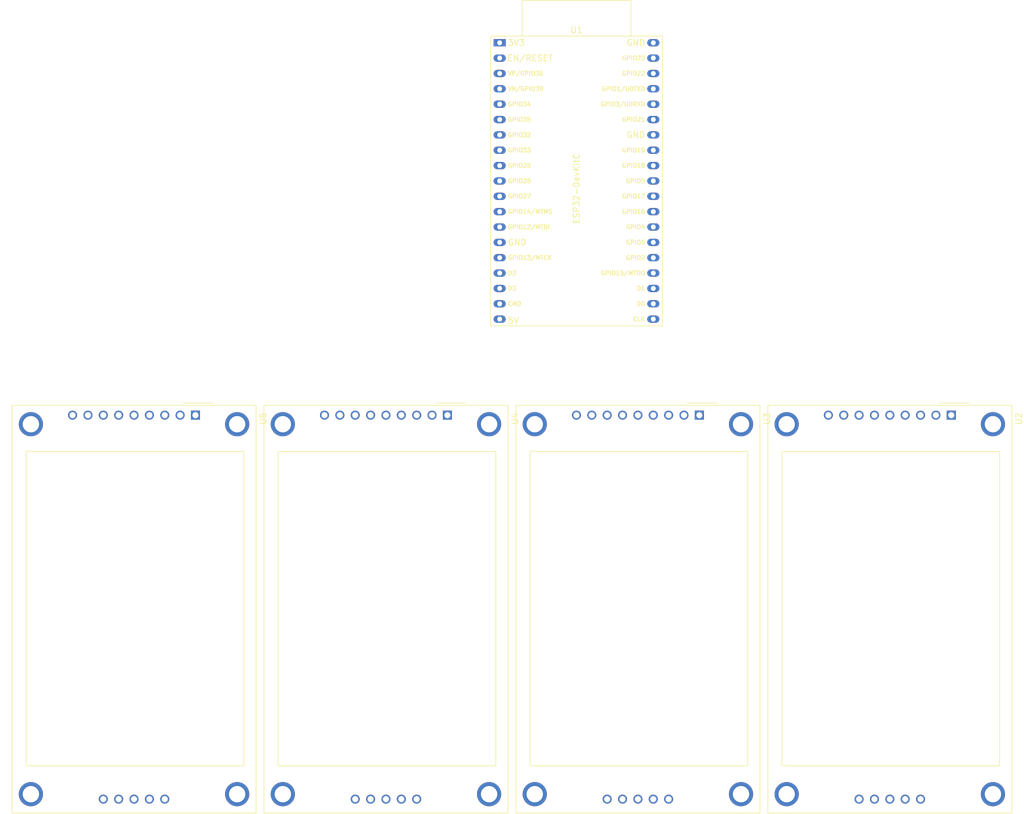
<source format=kicad_pcb>
(kicad_pcb (version 20240108) (generator "pcbnew") (generator_version "8.0")
  (layers (0 "F.Cu" signal) (31 "B.Cu" signal) (34 "B.Paste" user) (35 "F.Paste" user) (36 "B.SilkS" user "B.Silkscreen") (37 "F.SilkS" user "F.Silkscreen") (38 "B.Mask" user) (39 "F.Mask" user) (44 "Edge.Cuts" user))
  (net 0 "")
  (net 3 "GND")
  (net 12 "Net-(U1-GPIO17)")
  (net 19 "Net-(U1-32K_XN{slash}GPIO33{slash}ADC1_CH5)")
  (net 20 "Net-(U1-MTCK{slash}GPIO13{slash}ADC2_CH4)")
  (net 22 "Net-(U1-GPIO18)")
  (net 23 "Net-(U1-DAC_1{slash}ADC2_CH8{slash}GPIO25)")
  (net 29 "Net-(U1-32K_XP{slash}GPIO32{slash}ADC1_CH4)")
  (net 30 "Net-(U1-GPIO19)")
  (net 32 "+5V")
  (footprint "Display:CR2013-MI2120" (layer "F.Cu") (at 76.71 95.0425 -90)
    (property "Reference" "U5" (at 0.59 -11.18 90) (layer "F.SilkS"))
    (property "Value" "CR2013-MI2120")
    (fp_line (start -1.62 30.33) (end -1.62 -10.01) (stroke (width 0.12)) (layer "F.SilkS"))
    (fp_line (start 65.82 30.33) (end -1.62 30.33) (stroke (width 0.12)) (layer "F.SilkS"))
    (fp_line (start 6 28) (end 6 -8) (stroke (width 0.12)) (layer "F.SilkS"))
    (fp_line (start 58 28) (end 6 28) (stroke (width 0.12)) (layer "F.SilkS"))
    (fp_line (start -2 -3) (end -2 2) (stroke (width 0.12)) (layer "F.SilkS"))
    (fp_line (start 6 -8) (end 58 -8) (stroke (width 0.12)) (layer "F.SilkS"))
    (fp_line (start 58 -8) (end 58 28) (stroke (width 0.12)) (layer "F.SilkS"))
    (fp_line (start -1.62 -10.01) (end 65.82 -10.01) (stroke (width 0.12)) (layer "F.SilkS"))
    (fp_line (start 65.82 -10.01) (end 65.82 30.33) (stroke (width 0.12)) (layer "F.SilkS"))
    (pad "" thru_hole circle (at 1.5 -6.89 270) (size 4 4) (drill 2.7) (layers "*.Cu" "*.Mask"))
    (pad "" thru_hole circle (at 1.5 27.21 270) (size 4 4) (drill 2.7) (layers "*.Cu" "*.Mask"))
    (pad "" thru_hole circle (at 62.7 -6.89 270) (size 4 4) (drill 2.7) (layers "*.Cu" "*.Mask"))
    (pad "" thru_hole circle (at 62.7 27.21 270) (size 4 4) (drill 2.7) (layers "*.Cu" "*.Mask"))
    (pad "1" thru_hole rect (at 0 0 270) (size 1.5 1.5) (drill 1) (layers "*.Cu" "*.Mask") (net 32 "+5V"))
    (pad "2" thru_hole circle (at 0 2.54 270) (size 1.5 1.5) (drill 1) (layers "*.Cu" "*.Mask") (net 3 "GND"))
    (pad "3" thru_hole circle (at 0 5.08 270) (size 1.5 1.5) (drill 1) (layers "*.Cu" "*.Mask") (net 23 "Net-(U1-DAC_1{slash}ADC2_CH8{slash}GPIO25)"))
    (pad "4" thru_hole circle (at 0 7.62 270) (size 1.5 1.5) (drill 1) (layers "*.Cu" "*.Mask") (net 22 "Net-(U1-GPIO18)"))
    (pad "5" thru_hole circle (at 0 10.16 270) (size 1.5 1.5) (drill 1) (layers "*.Cu" "*.Mask") (net 30 "Net-(U1-GPIO19)"))
    (pad "6" thru_hole circle (at 0 12.7 270) (size 1.5 1.5) (drill 1) (layers "*.Cu" "*.Mask") (net 12 "Net-(U1-GPIO17)"))
    (pad "7" thru_hole circle (at 0 15.24 270) (size 1.5 1.5) (drill 1) (layers "*.Cu" "*.Mask") (net 23 "Net-(U1-DAC_1{slash}ADC2_CH8{slash}GPIO25)"))
    (pad "8" thru_hole circle (at 0 17.78 270) (size 1.5 1.5) (drill 1) (layers "*.Cu" "*.Mask") (net 32 "+5V"))
    (pad "9" thru_hole circle (at 0 20.32 270) (size 1.5 1.5) (drill 1) (layers "*.Cu" "*.Mask"))
    (pad "10" thru_hole circle (at 63.52 5.08 270) (size 1.5 1.5) (drill 1) (layers "*.Cu" "*.Mask"))
    (pad "11" thru_hole circle (at 63.52 7.62 270) (size 1.5 1.5) (drill 1) (layers "*.Cu" "*.Mask"))
    (pad "12" thru_hole circle (at 63.52 10.16 270) (size 1.5 1.5) (drill 1) (layers "*.Cu" "*.Mask"))
    (pad "13" thru_hole circle (at 63.52 12.7 270) (size 1.5 1.5) (drill 1) (layers "*.Cu" "*.Mask"))
    (pad "14" thru_hole circle (at 63.52 15.24 270) (size 1.5 1.5) (drill 1) (layers "*.Cu" "*.Mask"))
  )
  (footprint "Display:CR2013-MI2120" (layer "F.Cu") (at 160.01 95.0425 -90)
    (property "Reference" "U3" (at 0.59 -11.18 90) (layer "F.SilkS"))
    (property "Value" "CR2013-MI2120")
    (fp_line (start -1.62 30.33) (end -1.62 -10.01) (stroke (width 0.12)) (layer "F.SilkS"))
    (fp_line (start 65.82 30.33) (end -1.62 30.33) (stroke (width 0.12)) (layer "F.SilkS"))
    (fp_line (start 6 28) (end 6 -8) (stroke (width 0.12)) (layer "F.SilkS"))
    (fp_line (start 58 28) (end 6 28) (stroke (width 0.12)) (layer "F.SilkS"))
    (fp_line (start -2 -3) (end -2 2) (stroke (width 0.12)) (layer "F.SilkS"))
    (fp_line (start 6 -8) (end 58 -8) (stroke (width 0.12)) (layer "F.SilkS"))
    (fp_line (start 58 -8) (end 58 28) (stroke (width 0.12)) (layer "F.SilkS"))
    (fp_line (start -1.62 -10.01) (end 65.82 -10.01) (stroke (width 0.12)) (layer "F.SilkS"))
    (fp_line (start 65.82 -10.01) (end 65.82 30.33) (stroke (width 0.12)) (layer "F.SilkS"))
    (pad "" thru_hole circle (at 1.5 -6.89 270) (size 4 4) (drill 2.7) (layers "*.Cu" "*.Mask"))
    (pad "" thru_hole circle (at 1.5 27.21 270) (size 4 4) (drill 2.7) (layers "*.Cu" "*.Mask"))
    (pad "" thru_hole circle (at 62.7 -6.89 270) (size 4 4) (drill 2.7) (layers "*.Cu" "*.Mask"))
    (pad "" thru_hole circle (at 62.7 27.21 270) (size 4 4) (drill 2.7) (layers "*.Cu" "*.Mask"))
    (pad "1" thru_hole rect (at 0 0 270) (size 1.5 1.5) (drill 1) (layers "*.Cu" "*.Mask") (net 32 "+5V"))
    (pad "2" thru_hole circle (at 0 2.54 270) (size 1.5 1.5) (drill 1) (layers "*.Cu" "*.Mask") (net 3 "GND"))
    (pad "3" thru_hole circle (at 0 5.08 270) (size 1.5 1.5) (drill 1) (layers "*.Cu" "*.Mask") (net 19 "Net-(U1-32K_XN{slash}GPIO33{slash}ADC1_CH5)"))
    (pad "4" thru_hole circle (at 0 7.62 270) (size 1.5 1.5) (drill 1) (layers "*.Cu" "*.Mask") (net 22 "Net-(U1-GPIO18)"))
    (pad "5" thru_hole circle (at 0 10.16 270) (size 1.5 1.5) (drill 1) (layers "*.Cu" "*.Mask") (net 30 "Net-(U1-GPIO19)"))
    (pad "6" thru_hole circle (at 0 12.7 270) (size 1.5 1.5) (drill 1) (layers "*.Cu" "*.Mask") (net 12 "Net-(U1-GPIO17)"))
    (pad "7" thru_hole circle (at 0 15.24 270) (size 1.5 1.5) (drill 1) (layers "*.Cu" "*.Mask") (net 23 "Net-(U1-DAC_1{slash}ADC2_CH8{slash}GPIO25)"))
    (pad "8" thru_hole circle (at 0 17.78 270) (size 1.5 1.5) (drill 1) (layers "*.Cu" "*.Mask") (net 32 "+5V"))
    (pad "9" thru_hole circle (at 0 20.32 270) (size 1.5 1.5) (drill 1) (layers "*.Cu" "*.Mask"))
    (pad "10" thru_hole circle (at 63.52 5.08 270) (size 1.5 1.5) (drill 1) (layers "*.Cu" "*.Mask"))
    (pad "11" thru_hole circle (at 63.52 7.62 270) (size 1.5 1.5) (drill 1) (layers "*.Cu" "*.Mask"))
    (pad "12" thru_hole circle (at 63.52 10.16 270) (size 1.5 1.5) (drill 1) (layers "*.Cu" "*.Mask"))
    (pad "13" thru_hole circle (at 63.52 12.7 270) (size 1.5 1.5) (drill 1) (layers "*.Cu" "*.Mask"))
    (pad "14" thru_hole circle (at 63.52 15.24 270) (size 1.5 1.5) (drill 1) (layers "*.Cu" "*.Mask"))
  )
  (footprint "Display:CR2013-MI2120" (layer "F.Cu") (at 118.36 95.0425 -90)
    (property "Reference" "U4" (at 0.59 -11.18 90) (layer "F.SilkS"))
    (property "Value" "CR2013-MI2120")
    (fp_line (start -1.62 30.33) (end -1.62 -10.01) (stroke (width 0.12)) (layer "F.SilkS"))
    (fp_line (start 65.82 30.33) (end -1.62 30.33) (stroke (width 0.12)) (layer "F.SilkS"))
    (fp_line (start 6 28) (end 6 -8) (stroke (width 0.12)) (layer "F.SilkS"))
    (fp_line (start 58 28) (end 6 28) (stroke (width 0.12)) (layer "F.SilkS"))
    (fp_line (start -2 -3) (end -2 2) (stroke (width 0.12)) (layer "F.SilkS"))
    (fp_line (start 6 -8) (end 58 -8) (stroke (width 0.12)) (layer "F.SilkS"))
    (fp_line (start 58 -8) (end 58 28) (stroke (width 0.12)) (layer "F.SilkS"))
    (fp_line (start -1.62 -10.01) (end 65.82 -10.01) (stroke (width 0.12)) (layer "F.SilkS"))
    (fp_line (start 65.82 -10.01) (end 65.82 30.33) (stroke (width 0.12)) (layer "F.SilkS"))
    (pad "" thru_hole circle (at 1.5 -6.89 270) (size 4 4) (drill 2.7) (layers "*.Cu" "*.Mask"))
    (pad "" thru_hole circle (at 1.5 27.21 270) (size 4 4) (drill 2.7) (layers "*.Cu" "*.Mask"))
    (pad "" thru_hole circle (at 62.7 -6.89 270) (size 4 4) (drill 2.7) (layers "*.Cu" "*.Mask"))
    (pad "" thru_hole circle (at 62.7 27.21 270) (size 4 4) (drill 2.7) (layers "*.Cu" "*.Mask"))
    (pad "1" thru_hole rect (at 0 0 270) (size 1.5 1.5) (drill 1) (layers "*.Cu" "*.Mask") (net 32 "+5V"))
    (pad "2" thru_hole circle (at 0 2.54 270) (size 1.5 1.5) (drill 1) (layers "*.Cu" "*.Mask") (net 3 "GND"))
    (pad "3" thru_hole circle (at 0 5.08 270) (size 1.5 1.5) (drill 1) (layers "*.Cu" "*.Mask") (net 29 "Net-(U1-32K_XP{slash}GPIO32{slash}ADC1_CH4)"))
    (pad "4" thru_hole circle (at 0 7.62 270) (size 1.5 1.5) (drill 1) (layers "*.Cu" "*.Mask") (net 22 "Net-(U1-GPIO18)"))
    (pad "5" thru_hole circle (at 0 10.16 270) (size 1.5 1.5) (drill 1) (layers "*.Cu" "*.Mask") (net 30 "Net-(U1-GPIO19)"))
    (pad "6" thru_hole circle (at 0 12.7 270) (size 1.5 1.5) (drill 1) (layers "*.Cu" "*.Mask") (net 12 "Net-(U1-GPIO17)"))
    (pad "7" thru_hole circle (at 0 15.24 270) (size 1.5 1.5) (drill 1) (layers "*.Cu" "*.Mask") (net 23 "Net-(U1-DAC_1{slash}ADC2_CH8{slash}GPIO25)"))
    (pad "8" thru_hole circle (at 0 17.78 270) (size 1.5 1.5) (drill 1) (layers "*.Cu" "*.Mask") (net 32 "+5V"))
    (pad "9" thru_hole circle (at 0 20.32 270) (size 1.5 1.5) (drill 1) (layers "*.Cu" "*.Mask"))
    (pad "10" thru_hole circle (at 63.52 5.08 270) (size 1.5 1.5) (drill 1) (layers "*.Cu" "*.Mask"))
    (pad "11" thru_hole circle (at 63.52 7.62 270) (size 1.5 1.5) (drill 1) (layers "*.Cu" "*.Mask"))
    (pad "12" thru_hole circle (at 63.52 10.16 270) (size 1.5 1.5) (drill 1) (layers "*.Cu" "*.Mask"))
    (pad "13" thru_hole circle (at 63.52 12.7 270) (size 1.5 1.5) (drill 1) (layers "*.Cu" "*.Mask"))
    (pad "14" thru_hole circle (at 63.52 15.24 270) (size 1.5 1.5) (drill 1) (layers "*.Cu" "*.Mask"))
  )
  (footprint "PCM_Espressif:ESP32-DevKitC" (layer "F.Cu") (at 127 33.44)
    (property "Reference" "U1" (at 12.7 -2.1 0) (layer "F.SilkS"))
    (property "Value" "ESP32-DevKitC" (at 12.7 24.13 90) (layer "F.SilkS"))
    (fp_line (start -1.5 46.82) (end 26.899999 46.82) (stroke (width 0.12)) (layer "F.SilkS"))
    (fp_line (start -1.499999 -1.1) (end -1.5 46.82) (stroke (width 0.12)) (layer "F.SilkS"))
    (fp_line (start 3.73012 -7.01312) (end 21.71332 -7.01312) (stroke (width 0.12)) (layer "F.SilkS"))
    (fp_line (start 3.73012 -1.12032) (end 3.73012 -7.01312) (stroke (width 0.12)) (layer "F.SilkS"))
    (fp_line (start 21.71332 -7.01312) (end 21.71332 -1.12032) (stroke (width 0.12)) (layer "F.SilkS"))
    (fp_line (start 26.899999 46.82) (end 26.9 -1.1) (stroke (width 0.12)) (layer "F.SilkS"))
    (fp_line (start 26.9 -1.1) (end -1.499999 -1.1) (stroke (width 0.12)) (layer "F.SilkS"))
    (fp_text user "GPIO17" (at 24.13 25.4 0) (layer "F.SilkS") (effects (font (size 0.7 0.7)) (justify right)))
    (fp_text user "3V3" (at 1.27 0 0) (layer "F.SilkS") (effects (justify left)))
    (fp_text user "EN/RESET" (at 8.88632 2.53728 0) (layer "F.SilkS") (effects (justify right)))
    (fp_text user "GPIO26" (at 1.27 22.86 0) (layer "F.SilkS") (effects (font (size 0.7 0.7)) (justify left)))
    (fp_text user "CLK" (at 24.13 45.72 0) (layer "F.SilkS") (effects (font (size 0.7 0.7)) (justify right)))
    (fp_text user "GPIO27" (at 1.27 25.4 0) (layer "F.SilkS") (effects (font (size 0.7 0.7)) (justify left)))
    (fp_text user "D2" (at 1.27 38.1 0) (layer "F.SilkS") (effects (font (size 0.7 0.7)) (justify left)))
    (fp_text user "GPIO4" (at 24.13 30.48 0) (layer "F.SilkS") (effects (font (size 0.7 0.7)) (justify right)))
    (fp_text user "GND" (at 1.27 33.02 0) (layer "F.SilkS") (effects (justify left)))
    (fp_text user "GPIO33" (at 1.27 17.78 0) (layer "F.SilkS") (effects (font (size 0.7 0.7)) (justify left)))
    (fp_text user "VP/GPIO36" (at 1.27 5.08 0) (layer "F.SilkS") (effects (font (size 0.7 0.7)) (justify left)))
    (fp_text user "GPIO34" (at 1.27 10.16 0) (layer "F.SilkS") (effects (font (size 0.7 0.7)) (justify left)))
    (fp_text user "GPIO25" (at 1.27 20.32 0) (layer "F.SilkS") (effects (font (size 0.7 0.7)) (justify left)))
    (fp_text user "GPIO12/MTDI" (at 1.27 30.48 0) (layer "F.SilkS") (effects (font (size 0.7 0.7)) (justify left)))
    (fp_text user "GPIO35" (at 1.27 12.7 0) (layer "F.SilkS") (effects (font (size 0.7 0.7)) (justify left)))
    (fp_text user "GPIO0" (at 24.13 33.02 0) (layer "F.SilkS") (effects (font (size 0.7 0.7)) (justify right)))
    (fp_text user "GPIO1/U0TXD" (at 24.13 7.62 0) (layer "F.SilkS") (effects (font (size 0.7 0.7)) (justify right)))
    (fp_text user "D1" (at 24.13 40.64 0) (layer "F.SilkS") (effects (font (size 0.7 0.7)) (justify right)))
    (fp_text user "D0" (at 24.13 43.18 0) (layer "F.SilkS") (effects (font (size 0.7 0.7)) (justify right)))
    (fp_text user "GPIO32" (at 1.27 15.24 0) (layer "F.SilkS") (effects (font (size 0.7 0.7)) (justify left)))
    (fp_text user "GPIO23" (at 24.13 2.54 0) (layer "F.SilkS") (effects (font (size 0.7 0.7)) (justify right)))
    (fp_text user "GPIO2" (at 24.13 35.56 0) (layer "F.SilkS") (effects (font (size 0.7 0.7)) (justify right)))
    (fp_text user "GPIO16" (at 24.13 27.94 0) (layer "F.SilkS") (effects (font (size 0.7 0.7)) (justify right)))
    (fp_text user "5V" (at 1.26632 45.97128 0) (layer "F.SilkS") (effects (justify left)))
    (fp_text user "GPIO18" (at 24.13 20.32 0) (layer "F.SilkS") (effects (font (size 0.7 0.7)) (justify right)))
    (fp_text user "GPIO5" (at 24.13 22.86 0) (layer "F.SilkS") (effects (font (size 0.7 0.7)) (justify right)))
    (fp_text user "D3" (at 1.27 40.64 0) (layer "F.SilkS") (effects (font (size 0.7 0.7)) (justify left)))
    (fp_text user "GPIO19" (at 24.13 17.78 0) (layer "F.SilkS") (effects (font (size 0.7 0.7)) (justify right)))
    (fp_text user "GND" (at 24.13 15.24 0) (layer "F.SilkS") (effects (justify right)))
    (fp_text user "GPIO14/MTMS" (at 1.27 27.94 0) (layer "F.SilkS") (effects (font (size 0.7 0.7)) (justify left)))
    (fp_text user "GPIO13/MTCK" (at 1.27 35.56 0) (layer "F.SilkS") (effects (font (size 0.7 0.7)) (justify left)))
    (fp_text user "GPIO3/U0RXD" (at 24.13 10.16 0) (layer "F.SilkS") (effects (font (size 0.7 0.7)) (justify right)))
    (fp_text user "GPIO22" (at 24.13 5.08 0) (layer "F.SilkS") (effects (font (size 0.7 0.7)) (justify right)))
    (fp_text user "CMD" (at 1.27 43.18 0) (layer "F.SilkS") (effects (font (size 0.7 0.7)) (justify left)))
    (fp_text user "GND" (at 24.13 0 0) (layer "F.SilkS") (effects (justify right)))
    (fp_text user "GPIO15/MTDO" (at 24.13 38.1 0) (layer "F.SilkS") (effects (font (size 0.7 0.7)) (justify right)))
    (fp_text user "GPIO21" (at 24.13 12.7 0) (layer "F.SilkS") (effects (font (size 0.7 0.7)) (justify right)))
    (fp_text user "VN/GPIO39" (at 1.27 7.62 0) (layer "F.SilkS") (effects (font (size 0.7 0.7)) (justify left)))
    (pad "1" thru_hole rect (at 0 0 270) (size 1.2 2) (drill 0.8) (layers "*.Cu" "*.Mask"))
    (pad "2" thru_hole oval (at 0 2.54 270) (size 1.2 2) (drill 0.8) (layers "*.Cu" "*.Mask"))
    (pad "3" thru_hole oval (at 0 5.08 270) (size 1.2 2) (drill 0.8) (layers "*.Cu" "*.Mask"))
    (pad "4" thru_hole oval (at 0 7.62 270) (size 1.2 2) (drill 0.8) (layers "*.Cu" "*.Mask"))
    (pad "5" thru_hole oval (at 0 10.16 270) (size 1.2 2) (drill 0.8) (layers "*.Cu" "*.Mask"))
    (pad "6" thru_hole oval (at 0 12.7 270) (size 1.2 2) (drill 0.8) (layers "*.Cu" "*.Mask"))
    (pad "7" thru_hole oval (at 0 15.24 270) (size 1.2 2) (drill 0.8) (layers "*.Cu" "*.Mask") (net 29 "Net-(U1-32K_XP{slash}GPIO32{slash}ADC1_CH4)"))
    (pad "8" thru_hole oval (at 0 17.78 270) (size 1.2 2) (drill 0.8) (layers "*.Cu" "*.Mask") (net 19 "Net-(U1-32K_XN{slash}GPIO33{slash}ADC1_CH5)"))
    (pad "9" thru_hole oval (at 0 20.32 270) (size 1.2 2) (drill 0.8) (layers "*.Cu" "*.Mask") (net 23 "Net-(U1-DAC_1{slash}ADC2_CH8{slash}GPIO25)"))
    (pad "10" thru_hole oval (at 0 22.86 270) (size 1.2 2) (drill 0.8) (layers "*.Cu" "*.Mask"))
    (pad "11" thru_hole oval (at 0 25.4 270) (size 1.2 2) (drill 0.8) (layers "*.Cu" "*.Mask"))
    (pad "12" thru_hole oval (at 0 27.94 270) (size 1.2 2) (drill 0.8) (layers "*.Cu" "*.Mask"))
    (pad "13" thru_hole oval (at 0 30.48 270) (size 1.2 2) (drill 0.8) (layers "*.Cu" "*.Mask"))
    (pad "14" thru_hole oval (at 0 33.02 270) (size 1.2 2) (drill 0.8) (layers "*.Cu" "*.Mask") (net 3 "GND"))
    (pad "15" thru_hole oval (at 0 35.56 270) (size 1.2 2) (drill 0.8) (layers "*.Cu" "*.Mask") (net 20 "Net-(U1-MTCK{slash}GPIO13{slash}ADC2_CH4)"))
    (pad "16" thru_hole oval (at 0 38.1 270) (size 1.2 2) (drill 0.8) (layers "*.Cu" "*.Mask"))
    (pad "17" thru_hole oval (at 0 40.64 270) (size 1.2 2) (drill 0.8) (layers "*.Cu" "*.Mask"))
    (pad "18" thru_hole oval (at 0 43.18 270) (size 1.2 2) (drill 0.8) (layers "*.Cu" "*.Mask"))
    (pad "19" thru_hole oval (at 0 45.72 270) (size 1.2 2) (drill 0.8) (layers "*.Cu" "*.Mask") (net 32 "+5V"))
    (pad "20" thru_hole oval (at 25.39632 45.71728 270) (size 1.2 2) (drill 0.8) (layers "*.Cu" "*.Mask"))
    (pad "21" thru_hole oval (at 25.39632 43.17728 270) (size 1.2 2) (drill 0.8) (layers "*.Cu" "*.Mask"))
    (pad "22" thru_hole oval (at 25.4 40.64 270) (size 1.2 2) (drill 0.8) (layers "*.Cu" "*.Mask"))
    (pad "23" thru_hole oval (at 25.4 38.1 270) (size 1.2 2) (drill 0.8) (layers "*.Cu" "*.Mask"))
    (pad "24" thru_hole oval (at 25.4 35.56 270) (size 1.2 2) (drill 0.8) (layers "*.Cu" "*.Mask"))
    (pad "25" thru_hole oval (at 25.4 33.02 270) (size 1.2 2) (drill 0.8) (layers "*.Cu" "*.Mask"))
    (pad "26" thru_hole oval (at 25.4 30.48 270) (size 1.2 2) (drill 0.8) (layers "*.Cu" "*.Mask"))
    (pad "27" thru_hole oval (at 25.4 27.94 270) (size 1.2 2) (drill 0.8) (layers "*.Cu" "*.Mask"))
    (pad "28" thru_hole oval (at 25.4 25.4 270) (size 1.2 2) (drill 0.8) (layers "*.Cu" "*.Mask") (net 12 "Net-(U1-GPIO17)"))
    (pad "29" thru_hole oval (at 25.4 22.86 270) (size 1.2 2) (drill 0.8) (layers "*.Cu" "*.Mask"))
    (pad "30" thru_hole oval (at 25.4 20.32 270) (size 1.2 2) (drill 0.8) (layers "*.Cu" "*.Mask") (net 22 "Net-(U1-GPIO18)"))
    (pad "31" thru_hole oval (at 25.4 17.78 270) (size 1.2 2) (drill 0.8) (layers "*.Cu" "*.Mask") (net 30 "Net-(U1-GPIO19)"))
    (pad "32" thru_hole oval (at 25.4 15.24 270) (size 1.2 2) (drill 0.8) (layers "*.Cu" "*.Mask") (net 3 "GND"))
    (pad "33" thru_hole oval (at 25.4 12.7 270) (size 1.2 2) (drill 0.8) (layers "*.Cu" "*.Mask"))
    (pad "34" thru_hole oval (at 25.4 10.16 270) (size 1.2 2) (drill 0.8) (layers "*.Cu" "*.Mask"))
    (pad "35" thru_hole oval (at 25.4 7.62 270) (size 1.2 2) (drill 0.8) (layers "*.Cu" "*.Mask"))
    (pad "36" thru_hole oval (at 25.4 5.08 270) (size 1.2 2) (drill 0.8) (layers "*.Cu" "*.Mask"))
    (pad "37" thru_hole oval (at 25.4 2.54 270) (size 1.2 2) (drill 0.8) (layers "*.Cu" "*.Mask") (net 23 "Net-(U1-DAC_1{slash}ADC2_CH8{slash}GPIO25)"))
    (pad "38" thru_hole oval (at 25.4 0 270) (size 1.2 2) (drill 0.8) (layers "*.Cu" "*.Mask") (net 3 "GND"))
  )
  (footprint "Display:CR2013-MI2120" (layer "F.Cu") (at 201.66 95.0425 -90)
    (property "Reference" "U2" (at 0.59 -11.18 90) (layer "F.SilkS"))
    (property "Value" "CR2013-MI2120")
    (fp_line (start -1.62 30.33) (end -1.62 -10.01) (stroke (width 0.12)) (layer "F.SilkS"))
    (fp_line (start 65.82 30.33) (end -1.62 30.33) (stroke (width 0.12)) (layer "F.SilkS"))
    (fp_line (start 6 28) (end 6 -8) (stroke (width 0.12)) (layer "F.SilkS"))
    (fp_line (start 58 28) (end 6 28) (stroke (width 0.12)) (layer "F.SilkS"))
    (fp_line (start -2 -3) (end -2 2) (stroke (width 0.12)) (layer "F.SilkS"))
    (fp_line (start 6 -8) (end 58 -8) (stroke (width 0.12)) (layer "F.SilkS"))
    (fp_line (start 58 -8) (end 58 28) (stroke (width 0.12)) (layer "F.SilkS"))
    (fp_line (start -1.62 -10.01) (end 65.82 -10.01) (stroke (width 0.12)) (layer "F.SilkS"))
    (fp_line (start 65.82 -10.01) (end 65.82 30.33) (stroke (width 0.12)) (layer "F.SilkS"))
    (pad "" thru_hole circle (at 1.5 -6.89 270) (size 4 4) (drill 2.7) (layers "*.Cu" "*.Mask"))
    (pad "" thru_hole circle (at 1.5 27.21 270) (size 4 4) (drill 2.7) (layers "*.Cu" "*.Mask"))
    (pad "" thru_hole circle (at 62.7 -6.89 270) (size 4 4) (drill 2.7) (layers "*.Cu" "*.Mask"))
    (pad "" thru_hole circle (at 62.7 27.21 270) (size 4 4) (drill 2.7) (layers "*.Cu" "*.Mask"))
    (pad "1" thru_hole rect (at 0 0 270) (size 1.5 1.5) (drill 1) (layers "*.Cu" "*.Mask") (net 32 "+5V"))
    (pad "2" thru_hole circle (at 0 2.54 270) (size 1.5 1.5) (drill 1) (layers "*.Cu" "*.Mask") (net 3 "GND"))
    (pad "3" thru_hole circle (at 0 5.08 270) (size 1.5 1.5) (drill 1) (layers "*.Cu" "*.Mask") (net 20 "Net-(U1-MTCK{slash}GPIO13{slash}ADC2_CH4)"))
    (pad "4" thru_hole circle (at 0 7.62 270) (size 1.5 1.5) (drill 1) (layers "*.Cu" "*.Mask") (net 22 "Net-(U1-GPIO18)"))
    (pad "5" thru_hole circle (at 0 10.16 270) (size 1.5 1.5) (drill 1) (layers "*.Cu" "*.Mask") (net 30 "Net-(U1-GPIO19)"))
    (pad "6" thru_hole circle (at 0 12.7 270) (size 1.5 1.5) (drill 1) (layers "*.Cu" "*.Mask") (net 12 "Net-(U1-GPIO17)"))
    (pad "7" thru_hole circle (at 0 15.24 270) (size 1.5 1.5) (drill 1) (layers "*.Cu" "*.Mask") (net 23 "Net-(U1-DAC_1{slash}ADC2_CH8{slash}GPIO25)"))
    (pad "8" thru_hole circle (at 0 17.78 270) (size 1.5 1.5) (drill 1) (layers "*.Cu" "*.Mask") (net 32 "+5V"))
    (pad "9" thru_hole circle (at 0 20.32 270) (size 1.5 1.5) (drill 1) (layers "*.Cu" "*.Mask"))
    (pad "10" thru_hole circle (at 63.52 5.08 270) (size 1.5 1.5) (drill 1) (layers "*.Cu" "*.Mask"))
    (pad "11" thru_hole circle (at 63.52 7.62 270) (size 1.5 1.5) (drill 1) (layers "*.Cu" "*.Mask"))
    (pad "12" thru_hole circle (at 63.52 10.16 270) (size 1.5 1.5) (drill 1) (layers "*.Cu" "*.Mask"))
    (pad "13" thru_hole circle (at 63.52 12.7 270) (size 1.5 1.5) (drill 1) (layers "*.Cu" "*.Mask"))
    (pad "14" thru_hole circle (at 63.52 15.24 270) (size 1.5 1.5) (drill 1) (layers "*.Cu" "*.Mask"))
  )
)
</source>
